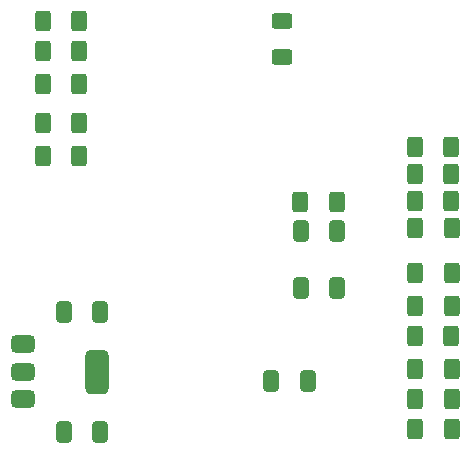
<source format=gbr>
%TF.GenerationSoftware,KiCad,Pcbnew,8.0.7-8.0.7-0~ubuntu22.04.1*%
%TF.CreationDate,2024-12-25T22:08:59+01:00*%
%TF.ProjectId,IEC_Extension,4945435f-4578-4746-956e-73696f6e2e6b,rev?*%
%TF.SameCoordinates,Original*%
%TF.FileFunction,Paste,Bot*%
%TF.FilePolarity,Positive*%
%FSLAX46Y46*%
G04 Gerber Fmt 4.6, Leading zero omitted, Abs format (unit mm)*
G04 Created by KiCad (PCBNEW 8.0.7-8.0.7-0~ubuntu22.04.1) date 2024-12-25 22:08:59*
%MOMM*%
%LPD*%
G01*
G04 APERTURE LIST*
G04 Aperture macros list*
%AMRoundRect*
0 Rectangle with rounded corners*
0 $1 Rounding radius*
0 $2 $3 $4 $5 $6 $7 $8 $9 X,Y pos of 4 corners*
0 Add a 4 corners polygon primitive as box body*
4,1,4,$2,$3,$4,$5,$6,$7,$8,$9,$2,$3,0*
0 Add four circle primitives for the rounded corners*
1,1,$1+$1,$2,$3*
1,1,$1+$1,$4,$5*
1,1,$1+$1,$6,$7*
1,1,$1+$1,$8,$9*
0 Add four rect primitives between the rounded corners*
20,1,$1+$1,$2,$3,$4,$5,0*
20,1,$1+$1,$4,$5,$6,$7,0*
20,1,$1+$1,$6,$7,$8,$9,0*
20,1,$1+$1,$8,$9,$2,$3,0*%
G04 Aperture macros list end*
%ADD10RoundRect,0.250000X0.400000X0.625000X-0.400000X0.625000X-0.400000X-0.625000X0.400000X-0.625000X0*%
%ADD11RoundRect,0.375000X-0.625000X-0.375000X0.625000X-0.375000X0.625000X0.375000X-0.625000X0.375000X0*%
%ADD12RoundRect,0.500000X-0.500000X-1.400000X0.500000X-1.400000X0.500000X1.400000X-0.500000X1.400000X0*%
%ADD13RoundRect,0.250000X-0.412500X-0.650000X0.412500X-0.650000X0.412500X0.650000X-0.412500X0.650000X0*%
%ADD14RoundRect,0.250000X0.412500X0.650000X-0.412500X0.650000X-0.412500X-0.650000X0.412500X-0.650000X0*%
%ADD15RoundRect,0.250000X-0.625000X0.400000X-0.625000X-0.400000X0.625000X-0.400000X0.625000X0.400000X0*%
%ADD16RoundRect,0.250000X-0.400000X-0.625000X0.400000X-0.625000X0.400000X0.625000X-0.400000X0.625000X0*%
G04 APERTURE END LIST*
D10*
%TO.C,R17*%
X236272000Y-59690000D03*
X233172000Y-59690000D03*
%TD*%
%TO.C,R16*%
X236272000Y-63500000D03*
X233172000Y-63500000D03*
%TD*%
%TO.C,R9*%
X236246000Y-66294000D03*
X233146000Y-66294000D03*
%TD*%
%TO.C,R8*%
X236220000Y-68834000D03*
X233120000Y-68834000D03*
%TD*%
D11*
%TO.C,U4*%
X199948000Y-74182000D03*
X199948000Y-71882000D03*
D12*
X206248000Y-71882000D03*
D11*
X199948000Y-69582000D03*
%TD*%
D13*
%TO.C,C9*%
X203377000Y-76962000D03*
X206502000Y-76962000D03*
%TD*%
D14*
%TO.C,C8*%
X226568000Y-59944000D03*
X223443000Y-59944000D03*
%TD*%
%TO.C,C7*%
X226568000Y-64770000D03*
X223443000Y-64770000D03*
%TD*%
D13*
%TO.C,C6*%
X220980000Y-72644000D03*
X224105000Y-72644000D03*
%TD*%
%TO.C,C5*%
X203377000Y-66802000D03*
X206502000Y-66802000D03*
%TD*%
D10*
%TO.C,R6*%
X236220000Y-55118000D03*
X233120000Y-55118000D03*
%TD*%
D15*
%TO.C,R10*%
X221869000Y-42164000D03*
X221869000Y-45264000D03*
%TD*%
D10*
%TO.C,R13*%
X236246000Y-74168000D03*
X233146000Y-74168000D03*
%TD*%
D16*
%TO.C,R4*%
X201624000Y-47498000D03*
X204724000Y-47498000D03*
%TD*%
D10*
%TO.C,R14*%
X233146000Y-71628000D03*
X236246000Y-71628000D03*
%TD*%
D16*
%TO.C,R1*%
X201624000Y-50800000D03*
X204724000Y-50800000D03*
%TD*%
%TO.C,R3*%
X204724000Y-42164000D03*
X201624000Y-42164000D03*
%TD*%
D10*
%TO.C,R15*%
X236220000Y-52832000D03*
X233120000Y-52832000D03*
%TD*%
D16*
%TO.C,R2*%
X201624000Y-44704000D03*
X204724000Y-44704000D03*
%TD*%
D10*
%TO.C,R11*%
X223393000Y-57531000D03*
X226493000Y-57531000D03*
%TD*%
%TO.C,R7*%
X236220000Y-57404000D03*
X233120000Y-57404000D03*
%TD*%
D16*
%TO.C,R5*%
X201624000Y-53594000D03*
X204724000Y-53594000D03*
%TD*%
D10*
%TO.C,R12*%
X236246000Y-76708000D03*
X233146000Y-76708000D03*
%TD*%
M02*

</source>
